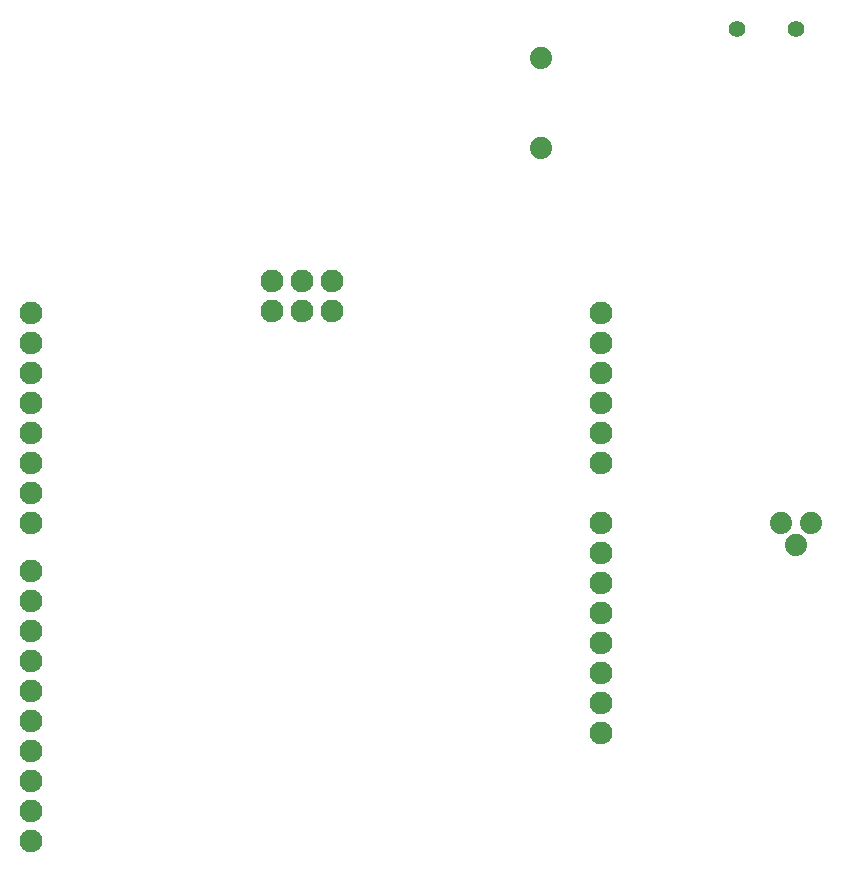
<source format=gbr>
G04 EAGLE Gerber RS-274X export*
G75*
%MOMM*%
%FSLAX34Y34*%
%LPD*%
%INBottom Copper*%
%IPPOS*%
%AMOC8*
5,1,8,0,0,1.08239X$1,22.5*%
G01*
%ADD10C,1.930400*%
%ADD11C,1.400000*%
%ADD12C,1.879600*%


D10*
X-419100Y571500D03*
X-419100Y596900D03*
X-419100Y622300D03*
X-419100Y647700D03*
X-419100Y673100D03*
X-419100Y698500D03*
X-419100Y723900D03*
X-419100Y749300D03*
X-419100Y800100D03*
X-419100Y825500D03*
X-419100Y850900D03*
X-419100Y876300D03*
X-419100Y901700D03*
X-419100Y927100D03*
X-901700Y927100D03*
X-901700Y901700D03*
X-901700Y876300D03*
X-901700Y850900D03*
X-901700Y825500D03*
X-901700Y800100D03*
X-901700Y774700D03*
X-901700Y749300D03*
X-901700Y708660D03*
X-901700Y683260D03*
X-901700Y657860D03*
X-901700Y632460D03*
X-901700Y607060D03*
X-901700Y581660D03*
X-901700Y556260D03*
X-901700Y530860D03*
X-901700Y505460D03*
X-901700Y480060D03*
X-698000Y928500D03*
X-698000Y953900D03*
X-672600Y928500D03*
X-672600Y953900D03*
X-647200Y928500D03*
X-647200Y953900D03*
D11*
X-254400Y1167600D03*
X-304400Y1167600D03*
D12*
X-469900Y1066800D03*
X-469900Y1143000D03*
X-266700Y749300D03*
X-254000Y730250D03*
X-241300Y749300D03*
M02*

</source>
